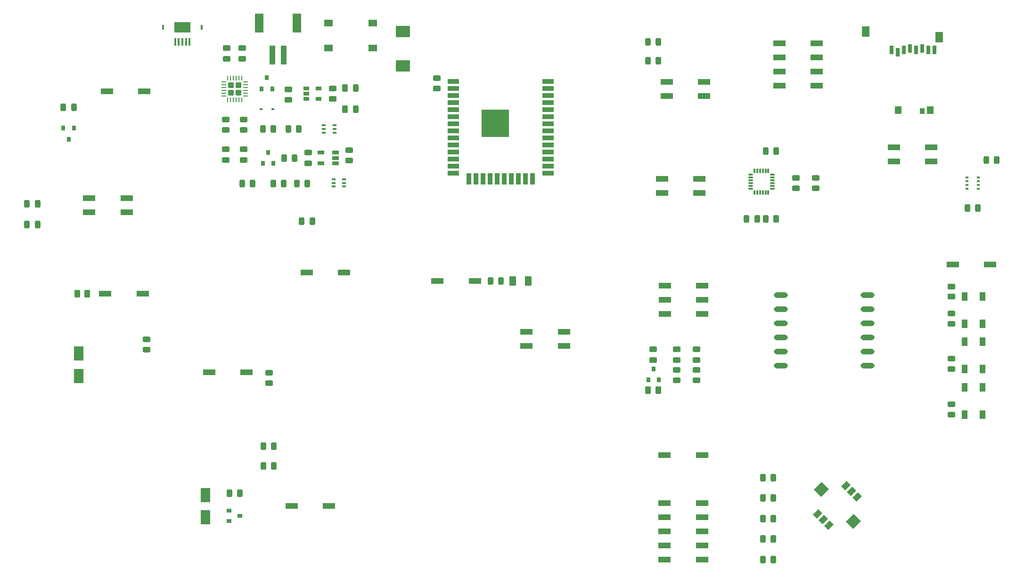
<source format=gbr>
%TF.GenerationSoftware,KiCad,Pcbnew,(6.0.0)*%
%TF.CreationDate,2022-02-10T18:09:30+01:00*%
%TF.ProjectId,ESP32IoTPlatform,45535033-3249-46f5-9450-6c6174666f72,rev?*%
%TF.SameCoordinates,Original*%
%TF.FileFunction,Paste,Top*%
%TF.FilePolarity,Positive*%
%FSLAX46Y46*%
G04 Gerber Fmt 4.6, Leading zero omitted, Abs format (unit mm)*
G04 Created by KiCad (PCBNEW (6.0.0)) date 2022-02-10 18:09:30*
%MOMM*%
%LPD*%
G01*
G04 APERTURE LIST*
G04 Aperture macros list*
%AMRoundRect*
0 Rectangle with rounded corners*
0 $1 Rounding radius*
0 $2 $3 $4 $5 $6 $7 $8 $9 X,Y pos of 4 corners*
0 Add a 4 corners polygon primitive as box body*
4,1,4,$2,$3,$4,$5,$6,$7,$8,$9,$2,$3,0*
0 Add four circle primitives for the rounded corners*
1,1,$1+$1,$2,$3*
1,1,$1+$1,$4,$5*
1,1,$1+$1,$6,$7*
1,1,$1+$1,$8,$9*
0 Add four rect primitives between the rounded corners*
20,1,$1+$1,$2,$3,$4,$5,0*
20,1,$1+$1,$4,$5,$6,$7,0*
20,1,$1+$1,$6,$7,$8,$9,0*
20,1,$1+$1,$8,$9,$2,$3,0*%
%AMRotRect*
0 Rectangle, with rotation*
0 The origin of the aperture is its center*
0 $1 length*
0 $2 width*
0 $3 Rotation angle, in degrees counterclockwise*
0 Add horizontal line*
21,1,$1,$2,0,0,$3*%
G04 Aperture macros list end*
%ADD10R,1.800000X2.500000*%
%ADD11RoundRect,0.243750X-0.456250X0.243750X-0.456250X-0.243750X0.456250X-0.243750X0.456250X0.243750X0*%
%ADD12RoundRect,0.250000X1.025000X-0.787500X1.025000X0.787500X-1.025000X0.787500X-1.025000X-0.787500X0*%
%ADD13RoundRect,0.243750X0.456250X-0.243750X0.456250X0.243750X-0.456250X0.243750X-0.456250X-0.243750X0*%
%ADD14RoundRect,0.243750X0.243750X0.456250X-0.243750X0.456250X-0.243750X-0.456250X0.243750X-0.456250X0*%
%ADD15R,0.300000X0.850000*%
%ADD16R,0.400000X1.350000*%
%ADD17R,2.900000X1.900000*%
%ADD18RoundRect,0.243750X-0.243750X-0.456250X0.243750X-0.456250X0.243750X0.456250X-0.243750X0.456250X0*%
%ADD19RoundRect,0.250000X-0.275000X0.275000X-0.275000X-0.275000X0.275000X-0.275000X0.275000X0.275000X0*%
%ADD20RoundRect,0.062500X-0.062500X0.350000X-0.062500X-0.350000X0.062500X-0.350000X0.062500X0.350000X0*%
%ADD21RoundRect,0.062500X-0.350000X0.062500X-0.350000X-0.062500X0.350000X-0.062500X0.350000X0.062500X0*%
%ADD22R,1.220000X0.650000*%
%ADD23R,0.900000X0.800000*%
%ADD24R,2.160000X1.120000*%
%ADD25R,1.060000X0.650000*%
%ADD26R,0.800000X0.900000*%
%ADD27R,0.600000X0.450000*%
%ADD28R,1.000000X1.500000*%
%ADD29R,0.650000X0.400000*%
%ADD30R,0.800000X1.500000*%
%ADD31R,1.300000X1.400000*%
%ADD32R,1.400000X1.900000*%
%ADD33R,0.950000X1.000000*%
%ADD34R,1.500000X3.400000*%
%ADD35R,1.000000X3.500000*%
%ADD36RoundRect,0.250000X0.375000X0.625000X-0.375000X0.625000X-0.375000X-0.625000X0.375000X-0.625000X0*%
%ADD37O,2.500000X1.000000*%
%ADD38R,1.550000X1.300000*%
%ADD39R,2.000000X0.900000*%
%ADD40R,0.900000X2.000000*%
%ADD41R,5.000000X5.000000*%
%ADD42R,0.500000X0.350000*%
%ADD43RotRect,1.350000X1.000000X45.000000*%
%ADD44RotRect,2.000000X1.800000X45.000000*%
%ADD45RoundRect,0.075000X-0.350000X-0.075000X0.350000X-0.075000X0.350000X0.075000X-0.350000X0.075000X0*%
%ADD46RoundRect,0.075000X0.075000X-0.350000X0.075000X0.350000X-0.075000X0.350000X-0.075000X-0.350000X0*%
%ADD47RoundRect,0.250000X0.262500X0.450000X-0.262500X0.450000X-0.262500X-0.450000X0.262500X-0.450000X0*%
%ADD48RoundRect,0.250000X0.450000X-0.262500X0.450000X0.262500X-0.450000X0.262500X-0.450000X-0.262500X0*%
G04 APERTURE END LIST*
D10*
%TO.C,D12*%
X62400000Y-113800000D03*
X62400000Y-109800000D03*
%TD*%
D11*
%TO.C,R14*%
X74600000Y-107262500D03*
X74600000Y-109137500D03*
%TD*%
D12*
%TO.C,C3*%
X120606999Y-58056499D03*
X120606999Y-51831499D03*
%TD*%
D13*
%TO.C,C4*%
X89000000Y-56737500D03*
X89000000Y-54862500D03*
%TD*%
%TO.C,C5*%
X91800000Y-56737500D03*
X91800000Y-54862500D03*
%TD*%
%TO.C,C6*%
X103600000Y-75537500D03*
X103600000Y-73662500D03*
%TD*%
%TO.C,C7*%
X111000000Y-75068750D03*
X111000000Y-73193750D03*
%TD*%
D11*
%TO.C,D1*%
X88800000Y-73062500D03*
X88800000Y-74937500D03*
%TD*%
%TO.C,D2*%
X92000000Y-73062500D03*
X92000000Y-74937500D03*
%TD*%
D14*
%TO.C,D3*%
X101937500Y-69400000D03*
X100062500Y-69400000D03*
%TD*%
D15*
%TO.C,J1*%
X84500000Y-51060000D03*
X77500000Y-51060000D03*
D16*
X79700000Y-53735000D03*
X80350000Y-53735000D03*
X81000000Y-53735000D03*
X81650000Y-53735000D03*
X82300000Y-53735000D03*
D17*
X81000000Y-51060000D03*
%TD*%
D11*
%TO.C,R2*%
X88800000Y-67662500D03*
X88800000Y-69537500D03*
%TD*%
%TO.C,R3*%
X92000000Y-67662500D03*
X92000000Y-69537500D03*
%TD*%
D18*
%TO.C,R4*%
X99325000Y-74600000D03*
X101200000Y-74600000D03*
%TD*%
D14*
%TO.C,R5*%
X103437500Y-79200000D03*
X101562500Y-79200000D03*
%TD*%
D19*
%TO.C,U2*%
X89750000Y-61550000D03*
X89750000Y-62850000D03*
X91050000Y-62850000D03*
X91050000Y-61550000D03*
D20*
X91650000Y-60262500D03*
X91150000Y-60262500D03*
X90650000Y-60262500D03*
X90150000Y-60262500D03*
X89650000Y-60262500D03*
X89150000Y-60262500D03*
D21*
X88462500Y-60950000D03*
X88462500Y-61450000D03*
X88462500Y-61950000D03*
X88462500Y-62450000D03*
X88462500Y-62950000D03*
X88462500Y-63450000D03*
D20*
X89150000Y-64137500D03*
X89650000Y-64137500D03*
X90150000Y-64137500D03*
X90650000Y-64137500D03*
X91150000Y-64137500D03*
X91650000Y-64137500D03*
D21*
X92337500Y-63450000D03*
X92337500Y-62950000D03*
X92337500Y-62450000D03*
X92337500Y-61950000D03*
X92337500Y-61450000D03*
X92337500Y-60950000D03*
%TD*%
D22*
%TO.C,U3*%
X108510000Y-75550000D03*
X108510000Y-74600000D03*
X108510000Y-73650000D03*
X105890000Y-73650000D03*
X105890000Y-75550000D03*
%TD*%
D23*
%TO.C,Q2*%
X89380999Y-138050000D03*
X89380999Y-139950000D03*
X91380999Y-139000000D03*
%TD*%
D18*
%TO.C,R6*%
X164672499Y-57150999D03*
X166547499Y-57150999D03*
%TD*%
%TO.C,R7*%
X164672499Y-53750999D03*
X166547499Y-53750999D03*
%TD*%
D24*
%TO.C,SW2*%
X168044999Y-60953999D03*
X168044999Y-63493999D03*
X174774999Y-63493999D03*
X174774999Y-60953999D03*
%TD*%
D11*
%TO.C,C13*%
X100068750Y-62262500D03*
X100068750Y-64137500D03*
%TD*%
%TO.C,C14*%
X108000000Y-62112500D03*
X108000000Y-63987500D03*
%TD*%
D25*
%TO.C,IC1*%
X103300000Y-62100000D03*
X103300000Y-63050000D03*
X103300000Y-64000000D03*
X105500000Y-64000000D03*
X105500000Y-62100000D03*
%TD*%
D26*
%TO.C,Q1*%
X95250000Y-62200000D03*
X97150000Y-62200000D03*
X96200000Y-60200000D03*
%TD*%
D18*
%TO.C,R10*%
X95462500Y-69400000D03*
X97337500Y-69400000D03*
%TD*%
D27*
%TO.C,D4*%
X97250000Y-65800000D03*
X95150000Y-65800000D03*
%TD*%
D13*
%TO.C,C15*%
X219222999Y-104412499D03*
X219222999Y-102537499D03*
%TD*%
%TO.C,C16*%
X219222999Y-112540499D03*
X219222999Y-110665499D03*
%TD*%
%TO.C,C17*%
X219222999Y-120795499D03*
X219222999Y-118920499D03*
%TD*%
D28*
%TO.C,D5*%
X221559999Y-104400999D03*
X224759999Y-104400999D03*
X224759999Y-99500999D03*
X221559999Y-99500999D03*
%TD*%
%TO.C,D6*%
X221559999Y-112528999D03*
X224759999Y-112528999D03*
X224759999Y-107628999D03*
X221559999Y-107628999D03*
%TD*%
%TO.C,D7*%
X221559999Y-120783999D03*
X224759999Y-120783999D03*
X224759999Y-115883999D03*
X221559999Y-115883999D03*
%TD*%
D14*
%TO.C,D10*%
X97414499Y-126444999D03*
X95539499Y-126444999D03*
%TD*%
%TO.C,R12*%
X97414499Y-130000999D03*
X95539499Y-130000999D03*
%TD*%
D18*
%TO.C,R13*%
X89443499Y-134900000D03*
X91318499Y-134900000D03*
%TD*%
D24*
%TO.C,SW7*%
X107358000Y-137200000D03*
X100628000Y-137200000D03*
%TD*%
D18*
%TO.C,R15*%
X53112500Y-82880000D03*
X54987500Y-82880000D03*
%TD*%
D14*
%TO.C,R16*%
X54987500Y-86563000D03*
X53112500Y-86563000D03*
%TD*%
D29*
%TO.C,Q6*%
X106450000Y-68750000D03*
X106450000Y-69400000D03*
X106450000Y-70050000D03*
X108350000Y-70050000D03*
X108350000Y-69400000D03*
X108350000Y-68750000D03*
%TD*%
%TO.C,Q7*%
X108150000Y-78450000D03*
X108150000Y-79100000D03*
X108150000Y-79750000D03*
X110050000Y-79750000D03*
X110050000Y-79100000D03*
X110050000Y-78450000D03*
%TD*%
D26*
%TO.C,Q8*%
X95450000Y-75600000D03*
X97350000Y-75600000D03*
X96400000Y-73600000D03*
%TD*%
D18*
%TO.C,R28*%
X91725000Y-79200000D03*
X93600000Y-79200000D03*
%TD*%
%TO.C,R29*%
X97325000Y-79200000D03*
X99200000Y-79200000D03*
%TD*%
D14*
%TO.C,R21*%
X104337500Y-86000000D03*
X102462500Y-86000000D03*
%TD*%
D24*
%TO.C,SW15*%
X110085000Y-95200000D03*
X103355000Y-95200000D03*
%TD*%
D30*
%TO.C,SD1*%
X208469999Y-55147999D03*
X209569999Y-55547999D03*
X210669999Y-55147999D03*
X211769999Y-54947999D03*
X212869999Y-55147999D03*
X213969999Y-54947999D03*
X215069999Y-55147999D03*
X216169999Y-55147999D03*
D31*
X215359999Y-66007999D03*
X209659999Y-66007999D03*
D32*
X216959999Y-52857999D03*
X203809999Y-51857999D03*
D33*
X213969999Y-66207999D03*
%TD*%
D24*
%TO.C,SW19*%
X188244999Y-53940999D03*
X188244999Y-56480999D03*
X188244999Y-59020999D03*
X188244999Y-61560999D03*
X194974999Y-61560999D03*
X194974999Y-59020999D03*
X194974999Y-56480999D03*
X194974999Y-53940999D03*
%TD*%
D34*
%TO.C,JST1*%
X101550000Y-50356750D03*
X94850000Y-50356750D03*
D35*
X99200000Y-56106750D03*
X97200000Y-56106750D03*
%TD*%
D24*
%TO.C,SW10*%
X149554999Y-108407999D03*
X149554999Y-105867999D03*
X142824999Y-105867999D03*
X142824999Y-108407999D03*
%TD*%
D14*
%TO.C,C2*%
X112137500Y-65800000D03*
X110262500Y-65800000D03*
%TD*%
D13*
%TO.C,C1*%
X126702999Y-62104499D03*
X126702999Y-60229499D03*
%TD*%
D10*
%TO.C,D11*%
X85173999Y-135239999D03*
X85173999Y-139239999D03*
%TD*%
D24*
%TO.C,SW8*%
X73888999Y-99000000D03*
X67158999Y-99000000D03*
%TD*%
%TO.C,SW6*%
X126822999Y-96723999D03*
X133552999Y-96723999D03*
%TD*%
D18*
%TO.C,R11*%
X136362499Y-96723999D03*
X138237499Y-96723999D03*
%TD*%
D36*
%TO.C,D9*%
X143144999Y-96723999D03*
X140344999Y-96723999D03*
%TD*%
D24*
%TO.C,SW11*%
X167691999Y-97623999D03*
X167691999Y-100163999D03*
X167691999Y-102703999D03*
X174421999Y-102703999D03*
X174421999Y-100163999D03*
X174421999Y-97623999D03*
%TD*%
D13*
%TO.C,C20*%
X169847999Y-110926499D03*
X169847999Y-109051499D03*
%TD*%
%TO.C,C19*%
X173403999Y-110926499D03*
X173403999Y-109051499D03*
%TD*%
%TO.C,D13*%
X173403999Y-114609499D03*
X173403999Y-112734499D03*
%TD*%
D26*
%TO.C,Q4*%
X164706999Y-114544999D03*
X166606999Y-114544999D03*
X165656999Y-112544999D03*
%TD*%
D13*
%TO.C,R17*%
X165600000Y-110926499D03*
X165600000Y-109051499D03*
%TD*%
D11*
%TO.C,R18*%
X169847999Y-112734499D03*
X169847999Y-114609499D03*
%TD*%
D37*
%TO.C,U7*%
X188571599Y-99259599D03*
X188571599Y-101779599D03*
X188571599Y-104319599D03*
X188571599Y-106859599D03*
X188571599Y-109399599D03*
X188571599Y-111939599D03*
X204081599Y-111939599D03*
X204081599Y-109399599D03*
X204081599Y-106859599D03*
X204081599Y-104319599D03*
X204081599Y-101779599D03*
X204081599Y-99239599D03*
%TD*%
D24*
%TO.C,SW9*%
X71004000Y-84404000D03*
X71004000Y-81864000D03*
X64274000Y-81864000D03*
X64274000Y-84404000D03*
%TD*%
D11*
%TO.C,R20*%
X96600000Y-113262500D03*
X96600000Y-115137500D03*
%TD*%
D24*
%TO.C,SW14*%
X85835000Y-113200000D03*
X92565000Y-113200000D03*
%TD*%
D38*
%TO.C,SW1*%
X107220000Y-54850000D03*
X115180000Y-54850000D03*
X115180000Y-50350000D03*
X107220000Y-50350000D03*
%TD*%
D24*
%TO.C,SW5*%
X219418999Y-93750999D03*
X226148999Y-93750999D03*
%TD*%
D39*
%TO.C,U1*%
X129734999Y-60847999D03*
X129734999Y-62117999D03*
X129734999Y-63387999D03*
X129734999Y-64657999D03*
X129734999Y-65927999D03*
X129734999Y-67197999D03*
X129734999Y-68467999D03*
X129734999Y-69737999D03*
X129734999Y-71007999D03*
X129734999Y-72277999D03*
X129734999Y-73547999D03*
X129734999Y-74817999D03*
X129734999Y-76087999D03*
X129734999Y-77357999D03*
D40*
X132519999Y-78357999D03*
X133789999Y-78357999D03*
X135059999Y-78357999D03*
X136329999Y-78357999D03*
X137599999Y-78357999D03*
X138869999Y-78357999D03*
X140139999Y-78357999D03*
X141409999Y-78357999D03*
X142679999Y-78357999D03*
X143949999Y-78357999D03*
D39*
X146734999Y-77357999D03*
X146734999Y-76087999D03*
X146734999Y-74817999D03*
X146734999Y-73547999D03*
X146734999Y-72277999D03*
X146734999Y-71007999D03*
X146734999Y-69737999D03*
X146734999Y-68467999D03*
X146734999Y-67197999D03*
X146734999Y-65927999D03*
X146734999Y-64657999D03*
X146734999Y-63387999D03*
X146734999Y-62117999D03*
X146734999Y-60847999D03*
D41*
X137234999Y-68347999D03*
%TD*%
D14*
%TO.C,R27*%
X61504500Y-65523000D03*
X59629500Y-65523000D03*
%TD*%
D24*
%TO.C,SW18*%
X74165000Y-62600000D03*
X67435000Y-62600000D03*
%TD*%
D26*
%TO.C,Q5*%
X61517000Y-69222000D03*
X59617000Y-69222000D03*
X60567000Y-71222000D03*
%TD*%
D18*
%TO.C,R1*%
X110262500Y-62000000D03*
X112137500Y-62000000D03*
%TD*%
D14*
%TO.C,C8*%
X223937500Y-83600000D03*
X222062500Y-83600000D03*
%TD*%
D24*
%TO.C,SW3*%
X208844999Y-72680999D03*
X208844999Y-75220999D03*
X215574999Y-75220999D03*
X215574999Y-72680999D03*
%TD*%
D18*
%TO.C,R8*%
X225462500Y-74950999D03*
X227337500Y-74950999D03*
%TD*%
D42*
%TO.C,U4*%
X221993999Y-80100000D03*
X221993999Y-79450000D03*
X221993999Y-78800000D03*
X221993999Y-78150000D03*
X224043999Y-78150000D03*
X224043999Y-78800000D03*
X224043999Y-79450000D03*
X224043999Y-80100000D03*
%TD*%
D43*
%TO.C,T1*%
X195155465Y-138647279D03*
X196163092Y-139654906D03*
X197170719Y-140662533D03*
X200211279Y-133591465D03*
X201218906Y-134599092D03*
X202226533Y-135606719D03*
D44*
X195827217Y-134263217D03*
X201554781Y-139990781D03*
%TD*%
D24*
%TO.C,SW16*%
X167625999Y-128023999D03*
X174355999Y-128023999D03*
%TD*%
D14*
%TO.C,R22*%
X187168499Y-132086999D03*
X185293499Y-132086999D03*
%TD*%
%TO.C,R23*%
X187168499Y-135769999D03*
X185293499Y-135769999D03*
%TD*%
%TO.C,R24*%
X187168499Y-139452999D03*
X185293499Y-139452999D03*
%TD*%
D24*
%TO.C,SW17*%
X167625999Y-136658999D03*
X167625999Y-139198999D03*
X167625999Y-141738999D03*
X167625999Y-144278999D03*
X167625999Y-146818999D03*
X174355999Y-146818999D03*
X174355999Y-144278999D03*
X174355999Y-141738999D03*
X174355999Y-139198999D03*
X174355999Y-136658999D03*
%TD*%
D14*
%TO.C,R25*%
X187168499Y-143135999D03*
X185293499Y-143135999D03*
%TD*%
D18*
%TO.C,R26*%
X185293499Y-146818999D03*
X187168499Y-146818999D03*
%TD*%
%TO.C,C9*%
X185817999Y-85550999D03*
X187692999Y-85550999D03*
%TD*%
D13*
%TO.C,C10*%
X191253999Y-80050499D03*
X191253999Y-78175499D03*
%TD*%
%TO.C,C12*%
X194809999Y-80050499D03*
X194809999Y-78175499D03*
%TD*%
D24*
%TO.C,SW4*%
X167197999Y-78350999D03*
X167197999Y-80890999D03*
X173927999Y-80890999D03*
X173927999Y-78350999D03*
%TD*%
D18*
%TO.C,C11*%
X185817999Y-73397999D03*
X187692999Y-73397999D03*
%TD*%
%TO.C,R9*%
X182388999Y-85550999D03*
X184263999Y-85550999D03*
%TD*%
D45*
%TO.C,U5*%
X183090999Y-77608999D03*
X183090999Y-78108999D03*
X183090999Y-78608999D03*
X183090999Y-79108999D03*
X183090999Y-79608999D03*
X183090999Y-80108999D03*
D46*
X183790999Y-80808999D03*
X184290999Y-80808999D03*
X184790999Y-80808999D03*
X185290999Y-80808999D03*
X185790999Y-80808999D03*
X186290999Y-80808999D03*
D45*
X186990999Y-80108999D03*
X186990999Y-79608999D03*
X186990999Y-79108999D03*
X186990999Y-78608999D03*
X186990999Y-78108999D03*
X186990999Y-77608999D03*
D46*
X186290999Y-76908999D03*
X185790999Y-76908999D03*
X185290999Y-76908999D03*
X184790999Y-76908999D03*
X184290999Y-76908999D03*
X183790999Y-76908999D03*
%TD*%
D47*
%TO.C,R31*%
X166512500Y-116400000D03*
X164687500Y-116400000D03*
%TD*%
%TO.C,R32*%
X63912500Y-99000000D03*
X62087500Y-99000000D03*
%TD*%
D48*
%TO.C,R30*%
X219209999Y-99546499D03*
X219209999Y-97721499D03*
%TD*%
M02*

</source>
